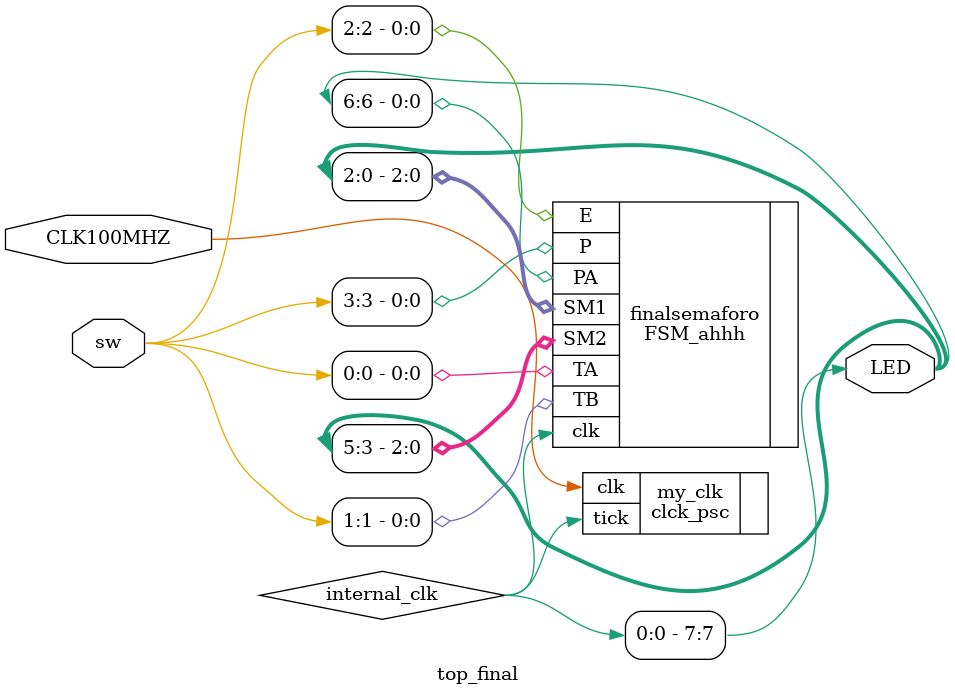
<source format=sv>
`timescale 1ns / 1ps


module top_final( input logic CLK100MHZ, input logic [3:0]sw, output logic [7:0]LED);

logic internal_clk;

clck_psc my_clk(.clk(CLK100MHZ), .tick(internal_clk));

FSM_ahhh finalsemaforo (.clk(internal_clk), .TA(sw[0]), .TB(sw[1]), .E(sw[2]), .P(sw[3]), .SM1(LED[2:0]), .SM2(LED[5:3]), .PA(LED[6]));

    assign LED[7] = internal_clk;
    
endmodule

</source>
